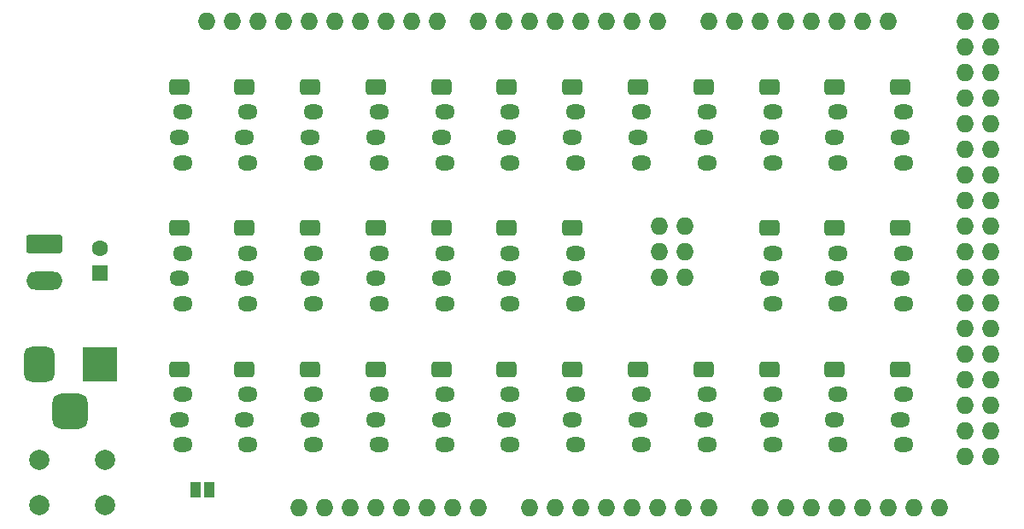
<source format=gbr>
%TF.GenerationSoftware,KiCad,Pcbnew,(6.0.5)*%
%TF.CreationDate,2022-07-11T22:22:59-04:00*%
%TF.ProjectId,MAXFeederShield,4d415846-6565-4646-9572-536869656c64,rev?*%
%TF.SameCoordinates,Original*%
%TF.FileFunction,Soldermask,Top*%
%TF.FilePolarity,Negative*%
%FSLAX46Y46*%
G04 Gerber Fmt 4.6, Leading zero omitted, Abs format (unit mm)*
G04 Created by KiCad (PCBNEW (6.0.5)) date 2022-07-11 22:22:59*
%MOMM*%
%LPD*%
G01*
G04 APERTURE LIST*
G04 Aperture macros list*
%AMRoundRect*
0 Rectangle with rounded corners*
0 $1 Rounding radius*
0 $2 $3 $4 $5 $6 $7 $8 $9 X,Y pos of 4 corners*
0 Add a 4 corners polygon primitive as box body*
4,1,4,$2,$3,$4,$5,$6,$7,$8,$9,$2,$3,0*
0 Add four circle primitives for the rounded corners*
1,1,$1+$1,$2,$3*
1,1,$1+$1,$4,$5*
1,1,$1+$1,$6,$7*
1,1,$1+$1,$8,$9*
0 Add four rect primitives between the rounded corners*
20,1,$1+$1,$2,$3,$4,$5,0*
20,1,$1+$1,$4,$5,$6,$7,0*
20,1,$1+$1,$6,$7,$8,$9,0*
20,1,$1+$1,$8,$9,$2,$3,0*%
G04 Aperture macros list end*
%ADD10RoundRect,0.220589X-0.754411X0.529411X-0.754411X-0.529411X0.754411X-0.529411X0.754411X0.529411X0*%
%ADD11O,1.950000X1.500000*%
%ADD12R,3.500000X3.500000*%
%ADD13RoundRect,0.750000X-0.750000X-1.000000X0.750000X-1.000000X0.750000X1.000000X-0.750000X1.000000X0*%
%ADD14RoundRect,0.875000X-0.875000X-0.875000X0.875000X-0.875000X0.875000X0.875000X-0.875000X0.875000X0*%
%ADD15C,2.000000*%
%ADD16RoundRect,0.250000X-1.550000X0.650000X-1.550000X-0.650000X1.550000X-0.650000X1.550000X0.650000X0*%
%ADD17O,3.600000X1.800000*%
%ADD18O,1.727200X1.727200*%
%ADD19R,1.600000X1.600000*%
%ADD20C,1.600000*%
%ADD21R,1.000000X1.500000*%
G04 APERTURE END LIST*
D10*
%TO.C,J34*%
X147830000Y-78500000D03*
D11*
X148170000Y-81000000D03*
X147830000Y-83500000D03*
X148170000Y-86000000D03*
%TD*%
D10*
%TO.C,J8*%
X128330000Y-50500000D03*
D11*
X128670000Y-53000000D03*
X128330000Y-55500000D03*
X128670000Y-58000000D03*
%TD*%
D10*
%TO.C,J25*%
X89330000Y-78500000D03*
D11*
X89670000Y-81000000D03*
X89330000Y-83500000D03*
X89670000Y-86000000D03*
%TD*%
D10*
%TO.C,J28*%
X108830000Y-78500000D03*
D11*
X109170000Y-81000000D03*
X108830000Y-83500000D03*
X109170000Y-86000000D03*
%TD*%
D10*
%TO.C,J35*%
X154330000Y-78500000D03*
D11*
X154670000Y-81000000D03*
X154330000Y-83500000D03*
X154670000Y-86000000D03*
%TD*%
D10*
%TO.C,J3*%
X95830000Y-50500000D03*
D11*
X96170000Y-53000000D03*
X95830000Y-55500000D03*
X96170000Y-58000000D03*
%TD*%
D10*
%TO.C,J1*%
X89330000Y-50500000D03*
D11*
X89670000Y-53000000D03*
X89330000Y-55500000D03*
X89670000Y-58000000D03*
%TD*%
D10*
%TO.C,J26*%
X95830000Y-78500000D03*
D11*
X96170000Y-81000000D03*
X95830000Y-83500000D03*
X96170000Y-86000000D03*
%TD*%
D10*
%TO.C,J20*%
X128330000Y-64500000D03*
D11*
X128670000Y-67000000D03*
X128330000Y-69500000D03*
X128670000Y-72000000D03*
%TD*%
D10*
%TO.C,J11*%
X147830000Y-50500000D03*
D11*
X148170000Y-53000000D03*
X147830000Y-55500000D03*
X148170000Y-58000000D03*
%TD*%
D10*
%TO.C,J13*%
X160830000Y-50500000D03*
D11*
X161170000Y-53000000D03*
X160830000Y-55500000D03*
X161170000Y-58000000D03*
%TD*%
D10*
%TO.C,J32*%
X134830000Y-78500000D03*
D11*
X135170000Y-81000000D03*
X134830000Y-83500000D03*
X135170000Y-86000000D03*
%TD*%
D10*
%TO.C,J29*%
X115330000Y-78500000D03*
D11*
X115670000Y-81000000D03*
X115330000Y-83500000D03*
X115670000Y-86000000D03*
%TD*%
D10*
%TO.C,J19*%
X121830000Y-64500000D03*
D11*
X122170000Y-67000000D03*
X121830000Y-69500000D03*
X122170000Y-72000000D03*
%TD*%
D10*
%TO.C,J33*%
X141330000Y-78500000D03*
D11*
X141670000Y-81000000D03*
X141330000Y-83500000D03*
X141670000Y-86000000D03*
%TD*%
D10*
%TO.C,J22*%
X147830000Y-64500000D03*
D11*
X148170000Y-67000000D03*
X147830000Y-69500000D03*
X148170000Y-72000000D03*
%TD*%
D10*
%TO.C,J18*%
X115330000Y-64500000D03*
D11*
X115670000Y-67000000D03*
X115330000Y-69500000D03*
X115670000Y-72000000D03*
%TD*%
D10*
%TO.C,J9*%
X134830000Y-50500000D03*
D11*
X135170000Y-53000000D03*
X134830000Y-55500000D03*
X135170000Y-58000000D03*
%TD*%
D10*
%TO.C,J23*%
X154330000Y-64500000D03*
D11*
X154670000Y-67000000D03*
X154330000Y-69500000D03*
X154670000Y-72000000D03*
%TD*%
D10*
%TO.C,J31*%
X128330000Y-78500000D03*
D11*
X128670000Y-81000000D03*
X128330000Y-83500000D03*
X128670000Y-86000000D03*
%TD*%
D10*
%TO.C,J36*%
X160830000Y-78500000D03*
D11*
X161170000Y-81000000D03*
X160830000Y-83500000D03*
X161170000Y-86000000D03*
%TD*%
D10*
%TO.C,J6*%
X115330000Y-50500000D03*
D11*
X115670000Y-53000000D03*
X115330000Y-55500000D03*
X115670000Y-58000000D03*
%TD*%
D10*
%TO.C,J17*%
X108830000Y-64500000D03*
D11*
X109170000Y-67000000D03*
X108830000Y-69500000D03*
X109170000Y-72000000D03*
%TD*%
D10*
%TO.C,J12*%
X154330000Y-50500000D03*
D11*
X154670000Y-53000000D03*
X154330000Y-55500000D03*
X154670000Y-58000000D03*
%TD*%
D10*
%TO.C,J4*%
X102330000Y-50500000D03*
D11*
X102670000Y-53000000D03*
X102330000Y-55500000D03*
X102670000Y-58000000D03*
%TD*%
D10*
%TO.C,J16*%
X102330000Y-64500000D03*
D11*
X102670000Y-67000000D03*
X102330000Y-69500000D03*
X102670000Y-72000000D03*
%TD*%
D10*
%TO.C,J27*%
X102330000Y-78500000D03*
D11*
X102670000Y-81000000D03*
X102330000Y-83500000D03*
X102670000Y-86000000D03*
%TD*%
D10*
%TO.C,J24*%
X160830000Y-64500000D03*
D11*
X161170000Y-67000000D03*
X160830000Y-69500000D03*
X161170000Y-72000000D03*
%TD*%
D10*
%TO.C,J10*%
X141330000Y-50500000D03*
D11*
X141670000Y-53000000D03*
X141330000Y-55500000D03*
X141670000Y-58000000D03*
%TD*%
D10*
%TO.C,J7*%
X121830000Y-50500000D03*
D11*
X122170000Y-53000000D03*
X121830000Y-55500000D03*
X122170000Y-58000000D03*
%TD*%
D10*
%TO.C,J30*%
X121830000Y-78500000D03*
D11*
X122170000Y-81000000D03*
X121830000Y-83500000D03*
X122170000Y-86000000D03*
%TD*%
D10*
%TO.C,J15*%
X95830000Y-64500000D03*
D11*
X96170000Y-67000000D03*
X95830000Y-69500000D03*
X96170000Y-72000000D03*
%TD*%
D10*
%TO.C,J5*%
X108830000Y-50500000D03*
D11*
X109170000Y-53000000D03*
X108830000Y-55500000D03*
X109170000Y-58000000D03*
%TD*%
D10*
%TO.C,J14*%
X89330000Y-64500000D03*
D11*
X89670000Y-67000000D03*
X89330000Y-69500000D03*
X89670000Y-72000000D03*
%TD*%
D12*
%TO.C,J2*%
X81500000Y-78000000D03*
D13*
X75500000Y-78000000D03*
D14*
X78500000Y-82700000D03*
%TD*%
D15*
%TO.C,SW1*%
X82000000Y-92000000D03*
X75500000Y-92000000D03*
X82000000Y-87500000D03*
X75500000Y-87500000D03*
%TD*%
D16*
%TO.C,J37*%
X76000000Y-66070000D03*
D17*
X76000000Y-69740000D03*
%TD*%
D18*
%TO.C,XA1*%
X101240000Y-92250000D03*
X108860000Y-92250000D03*
X111400000Y-92250000D03*
X139467000Y-64310000D03*
X167280000Y-43990000D03*
X169820000Y-43990000D03*
X124100000Y-92250000D03*
X126640000Y-92250000D03*
X129180000Y-92250000D03*
X131720000Y-92250000D03*
X134260000Y-92250000D03*
X136800000Y-92250000D03*
X139340000Y-92250000D03*
X141880000Y-92250000D03*
X146960000Y-92250000D03*
X149500000Y-92250000D03*
X152040000Y-92250000D03*
X154580000Y-92250000D03*
X157120000Y-92250000D03*
X159660000Y-92250000D03*
X162200000Y-92250000D03*
X164740000Y-92250000D03*
X97176000Y-43990000D03*
X136800000Y-43990000D03*
X134260000Y-43990000D03*
X131720000Y-43990000D03*
X129180000Y-43990000D03*
X126640000Y-43990000D03*
X124100000Y-43990000D03*
X121560000Y-43990000D03*
X119020000Y-43990000D03*
X114956000Y-43990000D03*
X112416000Y-43990000D03*
X109876000Y-43990000D03*
X107336000Y-43990000D03*
X104796000Y-43990000D03*
X102256000Y-43990000D03*
X141880000Y-43990000D03*
X144420000Y-43990000D03*
X146960000Y-43990000D03*
X149500000Y-43990000D03*
X152040000Y-43990000D03*
X154580000Y-43990000D03*
X157120000Y-43990000D03*
X159660000Y-43990000D03*
X167280000Y-46530000D03*
X169820000Y-46530000D03*
X167280000Y-49070000D03*
X169820000Y-49070000D03*
X167280000Y-51610000D03*
X169820000Y-51610000D03*
X167280000Y-54150000D03*
X169820000Y-54150000D03*
X167280000Y-56690000D03*
X169820000Y-56690000D03*
X167280000Y-59230000D03*
X169820000Y-59230000D03*
X167280000Y-61770000D03*
X169820000Y-61770000D03*
X167280000Y-64310000D03*
X169820000Y-64310000D03*
X167280000Y-66850000D03*
X169820000Y-66850000D03*
X167280000Y-69390000D03*
X169820000Y-69390000D03*
X167280000Y-71930000D03*
X169820000Y-71930000D03*
X167280000Y-74470000D03*
X169820000Y-74470000D03*
X167280000Y-77010000D03*
X169820000Y-77010000D03*
X167280000Y-79550000D03*
X169820000Y-79550000D03*
X167280000Y-82090000D03*
X169820000Y-82090000D03*
X167280000Y-84630000D03*
X169820000Y-84630000D03*
X99716000Y-43990000D03*
X113940000Y-92250000D03*
X116480000Y-92250000D03*
X139467000Y-69390000D03*
X167280000Y-87170000D03*
X169820000Y-87170000D03*
X103780000Y-92250000D03*
X136927000Y-64310000D03*
X139467000Y-66850000D03*
X106320000Y-92250000D03*
X136927000Y-69390000D03*
X136927000Y-66850000D03*
X92096000Y-43990000D03*
X94636000Y-43990000D03*
X119020000Y-92250000D03*
%TD*%
D19*
%TO.C,C1*%
X81500000Y-69000000D03*
D20*
X81500000Y-66500000D03*
%TD*%
D21*
%TO.C,JP1*%
X92300000Y-90500000D03*
X91000000Y-90500000D03*
%TD*%
M02*

</source>
